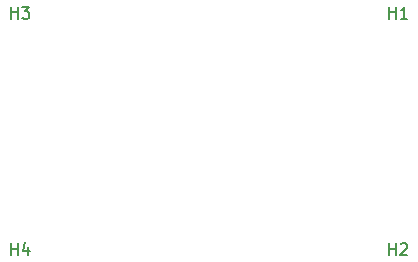
<source format=gbr>
%TF.GenerationSoftware,KiCad,Pcbnew,(5.99.0-9519-ga70106a3bd)*%
%TF.CreationDate,2021-04-17T12:19:11-04:00*%
%TF.ProjectId,plate,706c6174-652e-46b6-9963-61645f706362,rev?*%
%TF.SameCoordinates,Original*%
%TF.FileFunction,Legend,Top*%
%TF.FilePolarity,Positive*%
%FSLAX46Y46*%
G04 Gerber Fmt 4.6, Leading zero omitted, Abs format (unit mm)*
G04 Created by KiCad (PCBNEW (5.99.0-9519-ga70106a3bd)) date 2021-04-17 12:19:11*
%MOMM*%
%LPD*%
G01*
G04 APERTURE LIST*
%ADD10C,0.150000*%
G04 APERTURE END LIST*
D10*
%TO.C,H4*%
X-16761904Y-6602380D02*
X-16761904Y-5602380D01*
X-16761904Y-6078571D02*
X-16190476Y-6078571D01*
X-16190476Y-6602380D02*
X-16190476Y-5602380D01*
X-15285714Y-5935714D02*
X-15285714Y-6602380D01*
X-15523809Y-5554761D02*
X-15761904Y-6269047D01*
X-15142857Y-6269047D01*
%TO.C,H2*%
X15238095Y-6602380D02*
X15238095Y-5602380D01*
X15238095Y-6078571D02*
X15809523Y-6078571D01*
X15809523Y-6602380D02*
X15809523Y-5602380D01*
X16238095Y-5697619D02*
X16285714Y-5650000D01*
X16380952Y-5602380D01*
X16619047Y-5602380D01*
X16714285Y-5650000D01*
X16761904Y-5697619D01*
X16809523Y-5792857D01*
X16809523Y-5888095D01*
X16761904Y-6030952D01*
X16190476Y-6602380D01*
X16809523Y-6602380D01*
%TO.C,H3*%
X-16761904Y13397619D02*
X-16761904Y14397619D01*
X-16761904Y13921428D02*
X-16190476Y13921428D01*
X-16190476Y13397619D02*
X-16190476Y14397619D01*
X-15809523Y14397619D02*
X-15190476Y14397619D01*
X-15523809Y14016666D01*
X-15380952Y14016666D01*
X-15285714Y13969047D01*
X-15238095Y13921428D01*
X-15190476Y13826190D01*
X-15190476Y13588095D01*
X-15238095Y13492857D01*
X-15285714Y13445238D01*
X-15380952Y13397619D01*
X-15666666Y13397619D01*
X-15761904Y13445238D01*
X-15809523Y13492857D01*
%TO.C,H1*%
X15238095Y13397619D02*
X15238095Y14397619D01*
X15238095Y13921428D02*
X15809523Y13921428D01*
X15809523Y13397619D02*
X15809523Y14397619D01*
X16809523Y13397619D02*
X16238095Y13397619D01*
X16523809Y13397619D02*
X16523809Y14397619D01*
X16428571Y14254761D01*
X16333333Y14159523D01*
X16238095Y14111904D01*
%TD*%
M02*

</source>
